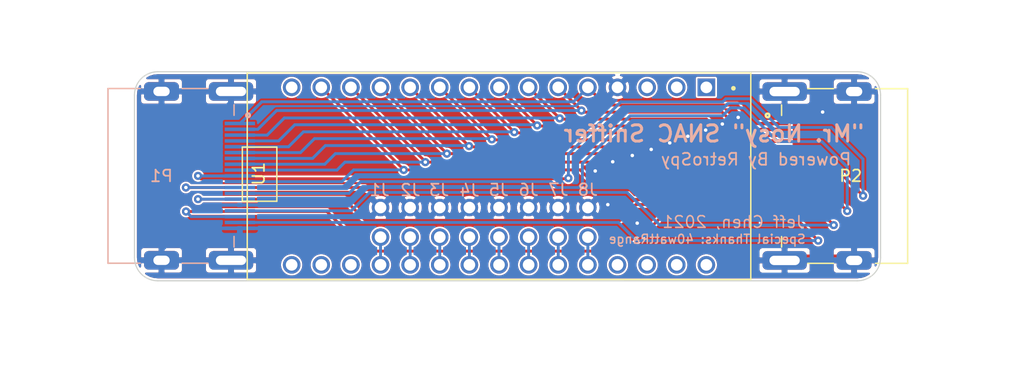
<source format=kicad_pcb>
(kicad_pcb (version 20171130) (host pcbnew "(5.1.10-1-10_14)")
  (title_block (rev 1))
  (layers (0 Front signal) (31 Back signal) (34 B.Paste user) (35 F.Paste user) (36 B.SilkS user) (37 F.SilkS user) (38 B.Mask user) (39 F.Mask user) (44 Edge.Cuts user))
  (net 0 "")
  (net 1 "Net-(J1-Pad1)")
  (net 2 GND)
  (net 3 "Net-(J2-Pad1)")
  (net 4 "Net-(J3-Pad1)")
  (net 5 "Net-(J4-Pad1)")
  (net 6 "Net-(J5-Pad1)")
  (net 7 "Net-(P1-Pad1)")
  (net 8 "Net-(P1-Pad2)")
  (net 9 "Net-(P1-Pad3)")
  (net 10 "Net-(P1-Pad4)")
  (net 11 "Net-(P1-Pad5)")
  (net 12 "Net-(P1-Pad6)")
  (net 13 "Net-(P1-Pad7)")
  (net 14 "Net-(P1-Pad8)")
  (net 15 "Net-(P1-Pad9)")
  (net 16 "Net-(P1-Pad10)")
  (net 17 "Net-(P1-Pad11)")
  (net 18 "Net-(P1-Pad12)")
  (net 19 "Net-(P1-Pad13)")
  (net 20 "Net-(P1-Pad14)")
  (net 21 "Net-(P1-Pad16)")
  (net 22 "Net-(P1-Pad17)")
  (net 23 "Net-(P1-Pad18)")
  (net 24 "Net-(J6-Pad1)")
  (net 25 "Net-(J7-Pad1)")
  (net 26 "Net-(J8-Pad1)")
  (module "SNAC Sniffer:PCB_Outline" (layer Front) (at 133.7 109.33)
    (fp_text reference G*** hide)
    (fp_text value LOGO hide)
  )
  (module "SNAC Sniffer:Pin_Header_2.54" (layer Back) (at 122.8 114.55 90)
    (fp_text reference J1 (at 4.04 -0.08 180) (layer B.SilkS) (effects (justify mirror)))
    (fp_text value PinHeader)
    (pad 2 thru_hole circle (at 2.54 0 90) (size 1.5 1.5) (drill 1) (layers *.Cu *.Mask) (net 2 GND))
    (pad 1 thru_hole circle (at 0 0 90) (size 1.5 1.5) (drill 1) (layers *.Cu *.Mask) (net 1 "Net-(J1-Pad1)"))
  )
  (module "SNAC Sniffer:Pin_Header_2.54" (layer Back) (at 125.34 114.55 90)
    (fp_text reference J2 (at 4.04 0.02 180) (layer B.SilkS) (effects (justify mirror)))
    (fp_text value PinHeader)
    (pad 2 thru_hole circle (at 2.54 0 90) (size 1.5 1.5) (drill 1) (layers *.Cu *.Mask) (net 2 GND))
    (pad 1 thru_hole circle (at 0 0 90) (size 1.5 1.5) (drill 1) (layers *.Cu *.Mask) (net 3 "Net-(J2-Pad1)"))
  )
  (module "SNAC Sniffer:Pin_Header_2.54" (layer Back) (at 127.88 114.55 90)
    (fp_text reference J3 (at 4.04 -0.06 -180) (layer B.SilkS) (effects (justify mirror)))
    (fp_text value PinHeader)
    (pad 2 thru_hole circle (at 2.54 0 90) (size 1.5 1.5) (drill 1) (layers *.Cu *.Mask) (net 2 GND))
    (pad 1 thru_hole circle (at 0 0 90) (size 1.5 1.5) (drill 1) (layers *.Cu *.Mask) (net 4 "Net-(J3-Pad1)"))
  )
  (module "SNAC Sniffer:Pin_Header_2.54" (layer Back) (at 130.42 114.55 90)
    (fp_text reference J4 (at 4.01 0.01 180) (layer B.SilkS) (effects (justify mirror)))
    (fp_text value PinHeader)
    (pad 2 thru_hole circle (at 2.54 0 90) (size 1.5 1.5) (drill 1) (layers *.Cu *.Mask) (net 2 GND))
    (pad 1 thru_hole circle (at 0 0 90) (size 1.5 1.5) (drill 1) (layers *.Cu *.Mask) (net 5 "Net-(J4-Pad1)"))
  )
  (module "SNAC Sniffer:Pin_Header_2.54" (layer Back) (at 132.96 114.55 90)
    (fp_text reference J5 (at 4.05 -0.02 180) (layer B.SilkS) (effects (justify mirror)))
    (fp_text value PinHeader)
    (pad 2 thru_hole circle (at 2.54 0 90) (size 1.5 1.5) (drill 1) (layers *.Cu *.Mask) (net 2 GND))
    (pad 1 thru_hole circle (at 0 0 90) (size 1.5 1.5) (drill 1) (layers *.Cu *.Mask) (net 6 "Net-(J5-Pad1)"))
  )
  (module "SNAC Sniffer:HDMI_Female" (layer Back) (at 105.74 109.29 90)
    (fp_text reference P1 (at -0.01 -1.73) (layer B.SilkS) (effects (font (size 1.000205 1.000205)) (justify mirror)))
    (fp_text value HDMI_Female)
    (fp_circle (center 5.2 5.7) (end 5.358112 5.7) (layer B.SilkS) (width 0.2))
    (fp_line (start 5.2 4.5) (end 6.1 4.5) (layer B.SilkS) (width 0.127))
    (fp_line (start -6.1 4.5) (end -5.2 4.5) (layer B.SilkS) (width 0.127))
    (fp_line (start 7.5 0.05) (end 7.5 2.25) (layer B.SilkS) (width 0.127))
    (fp_line (start -7.5 2.25) (end -7.5 0.05) (layer B.SilkS) (width 0.127))
    (fp_line (start -7.5 -6.31) (end -7.5 -3.55) (layer B.SilkS) (width 0.127))
    (fp_line (start 7.5 -6.31) (end 7.5 -3.55) (layer B.SilkS) (width 0.127))
    (fp_line (start -7.5 -6.31) (end 7.5 -6.31) (layer B.SilkS) (width 0.127))
    (pad S4 thru_hole roundrect (at 7.25 -1.72 90) (size 1.6 3) (drill oval 0.8 1.4) (layers *.Cu *.Mask) (net 2 GND))
    (pad S3 thru_hole roundrect (at -7.25 -1.72 90) (size 1.6 3) (drill oval 0.8 1.4) (layers *.Cu *.Mask) (net 2 GND))
    (pad S2 thru_hole roundrect (at -7.25 4.24 90) (size 1.6 3.8) (drill oval 0.8 2.6) (layers *.Cu *.Mask) (net 2 GND))
    (pad S1 thru_hole roundrect (at 7.25 4.24 90) (size 1.6 3.8) (drill oval 0.8 2.6) (layers *.Cu *.Mask) (net 2 GND))
    (pad 19 smd rect (at -4.5 5 90) (size 0.3 2.6) (layers Back B.Paste B.Mask) (net 2 GND))
    (pad 18 smd rect (at -4 5 90) (size 0.3 2.6) (layers Back B.Paste B.Mask) (net 23 "Net-(P1-Pad18)"))
    (pad 17 smd rect (at -3.5 5 90) (size 0.3 2.6) (layers Back B.Paste B.Mask) (net 22 "Net-(P1-Pad17)"))
    (pad 16 smd rect (at -3 5 90) (size 0.3 2.6) (layers Back B.Paste B.Mask) (net 21 "Net-(P1-Pad16)"))
    (pad 15 smd rect (at -2.5 5 90) (size 0.3 2.6) (layers Back B.Paste B.Mask) (net 2 GND))
    (pad 14 smd rect (at -2 5 90) (size 0.3 2.6) (layers Back B.Paste B.Mask) (net 20 "Net-(P1-Pad14)"))
    (pad 13 smd rect (at -1.5 5 90) (size 0.3 2.6) (layers Back B.Paste B.Mask) (net 19 "Net-(P1-Pad13)"))
    (pad 12 smd rect (at -1 5 90) (size 0.3 2.6) (layers Back B.Paste B.Mask) (net 18 "Net-(P1-Pad12)"))
    (pad 11 smd rect (at -0.5 5 90) (size 0.3 2.6) (layers Back B.Paste B.Mask) (net 17 "Net-(P1-Pad11)"))
    (pad 10 smd rect (at 0 5 90) (size 0.3 2.6) (layers Back B.Paste B.Mask) (net 16 "Net-(P1-Pad10)"))
    (pad 9 smd rect (at 0.5 5 90) (size 0.3 2.6) (layers Back B.Paste B.Mask) (net 15 "Net-(P1-Pad9)"))
    (pad 8 smd rect (at 1 5 90) (size 0.3 2.6) (layers Back B.Paste B.Mask) (net 14 "Net-(P1-Pad8)"))
    (pad 7 smd rect (at 1.5 5 90) (size 0.3 2.6) (layers Back B.Paste B.Mask) (net 13 "Net-(P1-Pad7)"))
    (pad 6 smd rect (at 2 5 90) (size 0.3 2.6) (layers Back B.Paste B.Mask) (net 12 "Net-(P1-Pad6)"))
    (pad 5 smd rect (at 2.5 5 90) (size 0.3 2.6) (layers Back B.Paste B.Mask) (net 11 "Net-(P1-Pad5)"))
    (pad 4 smd rect (at 3 5 90) (size 0.3 2.6) (layers Back B.Paste B.Mask) (net 10 "Net-(P1-Pad4)"))
    (pad 3 smd rect (at 3.5 5 90) (size 0.3 2.6) (layers Back B.Paste B.Mask) (net 9 "Net-(P1-Pad3)"))
    (pad 2 smd rect (at 4 5 90) (size 0.3 2.6) (layers Back B.Paste B.Mask) (net 8 "Net-(P1-Pad2)"))
    (pad 1 smd rect (at 4.5 5 90) (size 0.3 2.6) (layers Back B.Paste B.Mask) (net 7 "Net-(P1-Pad1)"))
  )
  (module "SNAC Sniffer:HDMI_Female" (layer Front) (at 161.69 109.3 90)
    (fp_text reference P2 (at 0.01 1.43) (layer F.SilkS) (effects (font (size 1.000205 1.000205))))
    (fp_text value HDMI_Female)
    (fp_circle (center 5.2 -5.7) (end 5.358112 -5.7) (layer F.SilkS) (width 0.2))
    (fp_line (start 5.2 -4.5) (end 6.1 -4.5) (layer F.SilkS) (width 0.127))
    (fp_line (start -6.1 -4.5) (end -5.2 -4.5) (layer F.SilkS) (width 0.127))
    (fp_line (start 7.5 -0.05) (end 7.5 -2.25) (layer F.SilkS) (width 0.127))
    (fp_line (start -7.5 -2.25) (end -7.5 -0.05) (layer F.SilkS) (width 0.127))
    (fp_line (start -7.5 6.31) (end -7.5 3.55) (layer F.SilkS) (width 0.127))
    (fp_line (start 7.5 6.31) (end 7.5 3.55) (layer F.SilkS) (width 0.127))
    (fp_line (start -7.5 6.31) (end 7.5 6.31) (layer F.SilkS) (width 0.127))
    (pad S4 thru_hole roundrect (at 7.25 1.72 90) (size 1.6 3) (drill oval 0.8 1.4) (layers *.Cu *.Mask) (net 2 GND))
    (pad S3 thru_hole roundrect (at -7.25 1.72 90) (size 1.6 3) (drill oval 0.8 1.4) (layers *.Cu *.Mask) (net 2 GND))
    (pad S2 thru_hole roundrect (at -7.25 -4.24 90) (size 1.6 3.8) (drill oval 0.8 2.6) (layers *.Cu *.Mask) (net 2 GND))
    (pad S1 thru_hole roundrect (at 7.25 -4.24 90) (size 1.6 3.8) (drill oval 0.8 2.6) (layers *.Cu *.Mask) (net 2 GND))
    (pad 19 smd rect (at -4.5 -5 90) (size 0.3 2.6) (layers Front F.Paste F.Mask) (net 2 GND))
    (pad 18 smd rect (at -4 -5 90) (size 0.3 2.6) (layers Front F.Paste F.Mask) (net 23 "Net-(P1-Pad18)"))
    (pad 17 smd rect (at -3.5 -5 90) (size 0.3 2.6) (layers Front F.Paste F.Mask) (net 22 "Net-(P1-Pad17)"))
    (pad 16 smd rect (at -3 -5 90) (size 0.3 2.6) (layers Front F.Paste F.Mask) (net 21 "Net-(P1-Pad16)"))
    (pad 15 smd rect (at -2.5 -5 90) (size 0.3 2.6) (layers Front F.Paste F.Mask) (net 2 GND))
    (pad 14 smd rect (at -2 -5 90) (size 0.3 2.6) (layers Front F.Paste F.Mask) (net 20 "Net-(P1-Pad14)"))
    (pad 13 smd rect (at -1.5 -5 90) (size 0.3 2.6) (layers Front F.Paste F.Mask) (net 19 "Net-(P1-Pad13)"))
    (pad 12 smd rect (at -1 -5 90) (size 0.3 2.6) (layers Front F.Paste F.Mask) (net 18 "Net-(P1-Pad12)"))
    (pad 11 smd rect (at -0.5 -5 90) (size 0.3 2.6) (layers Front F.Paste F.Mask) (net 17 "Net-(P1-Pad11)"))
    (pad 10 smd rect (at 0 -5 90) (size 0.3 2.6) (layers Front F.Paste F.Mask) (net 16 "Net-(P1-Pad10)"))
    (pad 9 smd rect (at 0.5 -5 90) (size 0.3 2.6) (layers Front F.Paste F.Mask) (net 15 "Net-(P1-Pad9)"))
    (pad 8 smd rect (at 1 -5 90) (size 0.3 2.6) (layers Front F.Paste F.Mask) (net 14 "Net-(P1-Pad8)"))
    (pad 7 smd rect (at 1.5 -5 90) (size 0.3 2.6) (layers Front F.Paste F.Mask) (net 13 "Net-(P1-Pad7)"))
    (pad 6 smd rect (at 2 -5 90) (size 0.3 2.6) (layers Front F.Paste F.Mask) (net 12 "Net-(P1-Pad6)"))
    (pad 5 smd rect (at 2.5 -5 90) (size 0.3 2.6) (layers Front F.Paste F.Mask) (net 11 "Net-(P1-Pad5)"))
    (pad 4 smd rect (at 3 -5 90) (size 0.3 2.6) (layers Front F.Paste F.Mask) (net 10 "Net-(P1-Pad4)"))
    (pad 3 smd rect (at 3.5 -5 90) (size 0.3 2.6) (layers Front F.Paste F.Mask) (net 9 "Net-(P1-Pad3)"))
    (pad 2 smd rect (at 4 -5 90) (size 0.3 2.6) (layers Front F.Paste F.Mask) (net 8 "Net-(P1-Pad2)"))
    (pad 1 smd rect (at 4.5 -5 90) (size 0.3 2.6) (layers Front F.Paste F.Mask) (net 7 "Net-(P1-Pad1)"))
  )
  (module "SNAC Sniffer:Arduino_Nano" (layer Front) (at 132.96 109.31 270)
    (fp_text reference U1 (at -0.2 20.61 90) (layer F.SilkS))
    (fp_text value Arduino_Nano)
    (fp_line (start -8.89 -21.59) (end 8.89 -21.59) (layer F.SilkS) (width 0.127))
    (fp_line (start 8.89 -21.59) (end 8.89 21.59) (layer F.SilkS) (width 0.127))
    (fp_line (start 8.89 21.59) (end -8.89 21.59) (layer F.SilkS) (width 0.127))
    (fp_line (start -8.89 21.59) (end -8.89 -21.59) (layer F.SilkS) (width 0.127))
    (fp_circle (center -7.54 -20.1) (end -7.44 -20.1) (layer F.SilkS) (width 0.2))
    (pad 1 thru_hole rect (at -7.62 -17.78 270) (size 1.508 1.508) (drill 1) (layers *.Cu *.Mask))
    (pad 2 thru_hole circle (at -7.62 -15.24 270) (size 1.508 1.508) (drill 1) (layers *.Cu *.Mask))
    (pad 3 thru_hole circle (at -7.62 -12.7 270) (size 1.508 1.508) (drill 1) (layers *.Cu *.Mask))
    (pad 4 thru_hole circle (at -7.62 -10.16 270) (size 1.508 1.508) (drill 1) (layers *.Cu *.Mask) (net 2 GND))
    (pad 5 thru_hole circle (at -7.62 -7.62 270) (size 1.508 1.508) (drill 1) (layers *.Cu *.Mask) (net 7 "Net-(P1-Pad1)"))
    (pad 6 thru_hole circle (at -7.62 -5.08 270) (size 1.508 1.508) (drill 1) (layers *.Cu *.Mask) (net 8 "Net-(P1-Pad2)"))
    (pad 7 thru_hole circle (at -7.62 -2.54 270) (size 1.508 1.508) (drill 1) (layers *.Cu *.Mask) (net 9 "Net-(P1-Pad3)"))
    (pad 8 thru_hole circle (at -7.62 0 270) (size 1.508 1.508) (drill 1) (layers *.Cu *.Mask) (net 10 "Net-(P1-Pad4)"))
    (pad 9 thru_hole circle (at -7.62 2.54 270) (size 1.508 1.508) (drill 1) (layers *.Cu *.Mask) (net 11 "Net-(P1-Pad5)"))
    (pad 10 thru_hole circle (at -7.62 5.08 270) (size 1.508 1.508) (drill 1) (layers *.Cu *.Mask) (net 12 "Net-(P1-Pad6)"))
    (pad 11 thru_hole circle (at -7.62 7.62 270) (size 1.508 1.508) (drill 1) (layers *.Cu *.Mask) (net 13 "Net-(P1-Pad7)"))
    (pad 12 thru_hole circle (at -7.62 10.16 270) (size 1.508 1.508) (drill 1) (layers *.Cu *.Mask) (net 14 "Net-(P1-Pad8)"))
    (pad 13 thru_hole circle (at -7.62 12.7 270) (size 1.508 1.508) (drill 1) (layers *.Cu *.Mask) (net 15 "Net-(P1-Pad9)"))
    (pad 14 thru_hole circle (at -7.62 15.24 270) (size 1.508 1.508) (drill 1) (layers *.Cu *.Mask) (net 17 "Net-(P1-Pad11)"))
    (pad 15 thru_hole circle (at -7.62 17.78 270) (size 1.508 1.508) (drill 1) (layers *.Cu *.Mask))
    (pad 16 thru_hole circle (at 7.62 17.78 270) (size 1.508 1.508) (drill 1) (layers *.Cu *.Mask))
    (pad 17 thru_hole circle (at 7.62 15.24 270) (size 1.508 1.508) (drill 1) (layers *.Cu *.Mask))
    (pad 18 thru_hole circle (at 7.62 12.7 270) (size 1.508 1.508) (drill 1) (layers *.Cu *.Mask))
    (pad 19 thru_hole circle (at 7.62 10.16 270) (size 1.508 1.508) (drill 1) (layers *.Cu *.Mask) (net 1 "Net-(J1-Pad1)"))
    (pad 20 thru_hole circle (at 7.62 7.62 270) (size 1.508 1.508) (drill 1) (layers *.Cu *.Mask) (net 3 "Net-(J2-Pad1)"))
    (pad 21 thru_hole circle (at 7.62 5.08 270) (size 1.508 1.508) (drill 1) (layers *.Cu *.Mask) (net 4 "Net-(J3-Pad1)"))
    (pad 22 thru_hole circle (at 7.62 2.54 270) (size 1.508 1.508) (drill 1) (layers *.Cu *.Mask) (net 5 "Net-(J4-Pad1)"))
    (pad 23 thru_hole circle (at 7.62 0 270) (size 1.508 1.508) (drill 1) (layers *.Cu *.Mask) (net 6 "Net-(J5-Pad1)"))
    (pad 24 thru_hole circle (at 7.62 -2.54 270) (size 1.508 1.508) (drill 1) (layers *.Cu *.Mask) (net 24 "Net-(J6-Pad1)"))
    (pad 25 thru_hole circle (at 7.62 -5.08 270) (size 1.508 1.508) (drill 1) (layers *.Cu *.Mask) (net 25 "Net-(J7-Pad1)"))
    (pad 26 thru_hole circle (at 7.62 -7.62 270) (size 1.508 1.508) (drill 1) (layers *.Cu *.Mask) (net 26 "Net-(J8-Pad1)"))
    (pad 27 thru_hole circle (at 7.62 -10.16 270) (size 1.508 1.508) (drill 1) (layers *.Cu *.Mask))
    (pad 28 thru_hole circle (at 7.62 -12.7 270) (size 1.508 1.508) (drill 1) (layers *.Cu *.Mask))
    (pad 29 thru_hole circle (at 7.62 -15.24 270) (size 1.508 1.508) (drill 1) (layers *.Cu *.Mask))
    (pad 30 thru_hole circle (at 7.62 -17.78 270) (size 1.508 1.508) (drill 1) (layers *.Cu *.Mask))
  )
  (module "SNAC Sniffer:Pin_Header_2.54" (layer Front) (at 135.5 114.55 90)
    (fp_text reference J6 (at 4.06 0 180) (layer B.SilkS) (effects (justify mirror)))
    (fp_text value PinHeader)
    (pad 2 thru_hole circle (at 2.54 0 90) (size 1.5 1.5) (drill 1) (layers *.Cu *.Mask) (net 2 GND))
    (pad 1 thru_hole circle (at 0 0 90) (size 1.5 1.5) (drill 1) (layers *.Cu *.Mask) (net 24 "Net-(J6-Pad1)"))
  )
  (module "SNAC Sniffer:Pin_Header_2.54" (layer Front) (at 138.03 114.55 90)
    (fp_text reference J7 (at 4.07 0.03 180) (layer B.SilkS) (effects (justify mirror)))
    (fp_text value PinHeader)
    (pad 2 thru_hole circle (at 2.54 0 90) (size 1.5 1.5) (drill 1) (layers *.Cu *.Mask) (net 2 GND))
    (pad 1 thru_hole circle (at 0 0 90) (size 1.5 1.5) (drill 1) (layers *.Cu *.Mask) (net 25 "Net-(J7-Pad1)"))
  )
  (module "SNAC Sniffer:Pin_Header_2.54" (layer Front) (at 140.58 114.55 90)
    (fp_text reference J8 (at 4.07 0 180) (layer B.SilkS) (effects (justify mirror)))
    (fp_text value PinHeader)
    (pad 2 thru_hole circle (at 2.54 0 90) (size 1.5 1.5) (drill 1) (layers *.Cu *.Mask) (net 2 GND))
    (pad 1 thru_hole circle (at 0 0 90) (size 1.5 1.5) (drill 1) (layers *.Cu *.Mask) (net 26 "Net-(J8-Pad1)"))
  )
  (gr_text "Powered By RetroSpy" (at 155 107.87) (layer B.SilkS) (effects (font (size 1.016 1.016) (thickness 0.1524)) (justify mirror)))
  (gr_text "Special Thanks: 40wattRange" (at 150.81 114.72) (layer B.SilkS) (effects (font (size 0.762 0.762) (thickness 0.127)) (justify mirror)))
  (gr_text "Jeff Chen, 2021" (at 153.08 113.25) (layer B.SilkS) (effects (font (size 1 1) (thickness 0.127)) (justify mirror)))
  (gr_text "\"Mr. Nosy\" SNAC Sniffer" (at 151.39 105.67) (layer B.SilkS) (effects (font (size 1.4 1.4) (thickness 0.25)) (justify mirror)))
  (gr_arc (start 103.700099 102.35) (end 103.700099 100.349901) (angle -90) (layer Edge.Cuts) (width 0.1))
  (gr_arc (start 103.7 116.299901) (end 101.699901 116.299901) (angle -90) (layer Edge.Cuts) (width 0.1))
  (gr_arc (start 163.679901 116.3) (end 163.679901 118.300099) (angle -90) (layer Edge.Cuts) (width 0.1))
  (gr_arc (start 163.679901 102.35) (end 165.68 102.35) (angle -90) (layer Edge.Cuts) (width 0.1))
  (gr_line (start 110.95 111.47) (end 110.95 106.82) (layer F.SilkS) (width 0.127))
  (gr_line (start 113.91 111.47) (end 110.95 111.47) (layer F.SilkS) (width 0.127))
  (gr_line (start 113.91 106.82) (end 113.91 111.47) (layer F.SilkS) (width 0.127))
  (gr_line (start 110.95 106.82) (end 113.91 106.82) (layer F.SilkS) (width 0.127))
  (gr_line (start 101.699901 116.299901) (end 101.7 102.35) (layer Edge.Cuts) (width 0.1))
  (gr_line (start 163.679901 118.300099) (end 103.7 118.3) (layer Edge.Cuts) (width 0.1))
  (gr_line (start 165.68 102.35) (end 165.68 116.3) (layer Edge.Cuts) (width 0.1))
  (gr_line (start 103.700099 100.349901) (end 163.679901 100.349901) (layer Edge.Cuts) (width 0.1))
  (segment (start 122.8 116.93) (end 122.8 114.55) (width 0.25) (layer Back) (net 1))
  (via (at 144.81 113.35) (size 0.7) (drill 0.3) (layers Front Back) (net 2))
  (segment (start 160.87 116.17) (end 162.16 116.17) (width 0.25) (layer Front) (net 2))
  (segment (start 159.07 116.17) (end 159.055065 116.184934) (width 0.25) (layer Front) (net 2))
  (segment (start 160.87 116.17) (end 159.07 116.17) (width 0.25) (layer Front) (net 2))
  (segment (start 159.055065 116.184934) (end 159.060086 116.199916) (width 0.25) (layer Front) (net 2))
  (via (at 144.39 107.54) (size 0.7) (drill 0.3) (layers Front Back) (net 2))
  (via (at 146.01 107.02) (size 0.7) (drill 0.3) (layers Front Back) (net 2))
  (via (at 147.6 106.46) (size 0.7) (drill 0.3) (layers Front Back) (net 2))
  (via (at 149.15 105.89) (size 0.7) (drill 0.3) (layers Front Back) (net 2))
  (via (at 150.68 105.36) (size 0.7) (drill 0.3) (layers Front Back) (net 2))
  (via (at 152.11 104.84) (size 0.7) (drill 0.3) (layers Front Back) (net 2))
  (via (at 153.47 104.27) (size 0.7) (drill 0.3) (layers Front Back) (net 2))
  (via (at 141.21 108.87) (size 0.7) (drill 0.3) (layers Front Back) (net 2))
  (via (at 142.71 108.08) (size 0.7) (drill 0.3) (layers Front Back) (net 2))
  (segment (start 104.03 103) (end 104.03 102.82501) (width 0.25) (layer Back) (net 2))
  (segment (start 106.805199 111.925001) (end 105.474999 110.594801) (width 0.25) (layer Back) (net 2))
  (segment (start 107.454801 111.925001) (end 106.805199 111.925001) (width 0.25) (layer Back) (net 2))
  (segment (start 105.474999 104.444999) (end 104.03 103) (width 0.25) (layer Back) (net 2))
  (segment (start 105.474999 110.594801) (end 105.474999 104.444999) (width 0.25) (layer Back) (net 2))
  (segment (start 107.589802 111.79) (end 107.454801 111.925001) (width 0.25) (layer Back) (net 2))
  (segment (start 110.74 111.79) (end 107.589802 111.79) (width 0.25) (layer Back) (net 2))
  (segment (start 105.474999 104.444999) (end 107.155001 104.444999) (width 0.25) (layer Back) (net 2))
  (segment (start 107.155001 104.444999) (end 107.88 103.72) (width 0.25) (layer Back) (net 2))
  (segment (start 109.13 103.72) (end 109.98 102.87) (width 0.25) (layer Back) (net 2))
  (segment (start 107.88 103.72) (end 109.13 103.72) (width 0.25) (layer Back) (net 2))
  (segment (start 109.98 102.87) (end 109.98 102.82501) (width 0.25) (layer Back) (net 2))
  (segment (start 110.74 113.79) (end 107.68 113.79) (width 0.25) (layer Back) (net 2))
  (segment (start 107.68 113.79) (end 106.46 115.01) (width 0.25) (layer Back) (net 2))
  (segment (start 104.75 115.01) (end 104.02 115.74) (width 0.25) (layer Back) (net 2))
  (segment (start 106.46 115.01) (end 104.75 115.01) (width 0.25) (layer Back) (net 2))
  (segment (start 104.02 115.74) (end 104.02 115.75499) (width 0.25) (layer Back) (net 2))
  (segment (start 106.46 115.01) (end 109.18 115.01) (width 0.25) (layer Back) (net 2))
  (segment (start 109.18 115.01) (end 109.57 115.01) (width 0.25) (layer Back) (net 2))
  (segment (start 109.57 115.01) (end 109.98 115.42) (width 0.25) (layer Back) (net 2))
  (segment (start 109.98 115.42) (end 109.98 115.75499) (width 0.25) (layer Back) (net 2))
  (via (at 160.71 103.81) (size 0.7) (drill 0.3) (layers Front Back) (net 2))
  (segment (start 160.71 103.81) (end 162.94 103.81) (width 0.25) (layer Back) (net 2))
  (segment (start 162.94 103.81) (end 163.41 103.34) (width 0.25) (layer Back) (net 2))
  (segment (start 163.41 103.34) (end 163.41 102.83501) (width 0.25) (layer Back) (net 2))
  (segment (start 160.71 103.81) (end 157.7 103.81) (width 0.25) (layer Back) (net 2))
  (segment (start 157.7 103.81) (end 157.45 103.56) (width 0.25) (layer Back) (net 2))
  (segment (start 157.45 103.56) (end 157.45 102.83501) (width 0.25) (layer Back) (net 2))
  (via (at 142.29 111.76) (size 0.7) (drill 0.3) (layers Front Back) (net 2))
  (segment (start 125.34 116.93) (end 125.34 114.54) (width 0.25) (layer Back) (net 3))
  (segment (start 127.88 116.93) (end 127.88 114.55) (width 0.25) (layer Back) (net 4))
  (segment (start 130.42 116.93) (end 130.42 114.55) (width 0.25) (layer Back) (net 5))
  (segment (start 132.96 116.93) (end 132.96 114.55) (width 0.25) (layer Back) (net 6))
  (segment (start 142.1 103.21) (end 140.58 101.69) (width 0.25) (layer Front) (net 7))
  (segment (start 153.38 103.21) (end 142.1 103.21) (width 0.25) (layer Front) (net 7))
  (segment (start 154.97 104.8) (end 153.38 103.21) (width 0.25) (layer Front) (net 7))
  (segment (start 156.69 104.8) (end 154.97 104.8) (width 0.25) (layer Front) (net 7))
  (segment (start 112.62 102.93) (end 110.75 104.8) (width 0.25) (layer Back) (net 7))
  (segment (start 139.34 102.93) (end 112.62 102.93) (width 0.25) (layer Back) (net 7))
  (segment (start 140.58 101.69) (end 139.34 102.93) (width 0.25) (layer Back) (net 7))
  (segment (start 140.03 103.68) (end 138.04 101.69) (width 0.25) (layer Front) (net 8))
  (via (at 140.03 103.68) (size 0.7) (drill 0.3) (layers Front Back) (net 8))
  (segment (start 152.09 103.82) (end 140.17 103.82) (width 0.25) (layer Front) (net 8))
  (segment (start 140.17 103.82) (end 140.03 103.68) (width 0.25) (layer Front) (net 8))
  (segment (start 153.57 105.3) (end 152.09 103.82) (width 0.25) (layer Front) (net 8))
  (segment (start 156.69 105.3) (end 153.57 105.3) (width 0.25) (layer Front) (net 8))
  (segment (start 112.279 105.29) (end 110.74 105.29) (width 0.25) (layer Back) (net 8))
  (segment (start 113.889 103.68) (end 112.279 105.29) (width 0.25) (layer Back) (net 8))
  (segment (start 140.03 103.68) (end 113.889 103.68) (width 0.25) (layer Back) (net 8))
  (segment (start 138.165 104.355) (end 135.5 101.69) (width 0.25) (layer Front) (net 9))
  (via (at 138.165 104.355) (size 0.7) (drill 0.3) (layers Front Back) (net 9))
  (segment (start 138.23 104.42) (end 138.165 104.355) (width 0.25) (layer Front) (net 9))
  (segment (start 150.75 104.42) (end 138.23 104.42) (width 0.25) (layer Front) (net 9))
  (segment (start 152.13 105.8) (end 150.75 104.42) (width 0.25) (layer Front) (net 9))
  (segment (start 156.69 105.8) (end 152.13 105.8) (width 0.25) (layer Front) (net 9))
  (segment (start 113.08 105.79) (end 110.74 105.79) (width 0.25) (layer Back) (net 9))
  (segment (start 114.55 104.32) (end 113.08 105.79) (width 0.25) (layer Back) (net 9))
  (segment (start 138.13 104.32) (end 114.55 104.32) (width 0.25) (layer Back) (net 9))
  (segment (start 138.165 104.355) (end 138.13 104.32) (width 0.25) (layer Back) (net 9))
  (segment (start 136.23 104.96) (end 132.96 101.69) (width 0.25) (layer Front) (net 10))
  (via (at 136.23 104.96) (size 0.7) (drill 0.3) (layers Front Back) (net 10))
  (segment (start 136.28 105.01) (end 136.23 104.96) (width 0.25) (layer Front) (net 10))
  (segment (start 149.31 105.01) (end 136.28 105.01) (width 0.25) (layer Front) (net 10))
  (segment (start 150.6 106.3) (end 149.31 105.01) (width 0.25) (layer Front) (net 10))
  (segment (start 156.69 106.3) (end 150.6 106.3) (width 0.25) (layer Front) (net 10))
  (segment (start 136.17 104.9) (end 115.45 104.9) (width 0.25) (layer Back) (net 10))
  (segment (start 114.06 106.29) (end 110.74 106.29) (width 0.25) (layer Back) (net 10))
  (segment (start 115.45 104.9) (end 114.06 106.29) (width 0.25) (layer Back) (net 10))
  (segment (start 136.23 104.96) (end 136.17 104.9) (width 0.25) (layer Back) (net 10))
  (segment (start 134.27 105.54) (end 130.42 101.69) (width 0.25) (layer Front) (net 11))
  (via (at 134.27 105.54) (size 0.7) (drill 0.3) (layers Front Back) (net 11))
  (segment (start 147.77 105.6) (end 134.33 105.6) (width 0.25) (layer Front) (net 11))
  (segment (start 148.97 106.8) (end 147.77 105.6) (width 0.25) (layer Front) (net 11))
  (segment (start 134.33 105.6) (end 134.27 105.54) (width 0.25) (layer Front) (net 11))
  (segment (start 156.69 106.8) (end 148.97 106.8) (width 0.25) (layer Front) (net 11))
  (segment (start 114.91 106.79) (end 113.08 106.79) (width 0.25) (layer Back) (net 11))
  (segment (start 116.19 105.51) (end 114.91 106.79) (width 0.25) (layer Back) (net 11))
  (segment (start 113.08 106.79) (end 110.74 106.79) (width 0.25) (layer Back) (net 11))
  (segment (start 134.24 105.51) (end 116.19 105.51) (width 0.25) (layer Back) (net 11))
  (segment (start 134.27 105.54) (end 134.24 105.51) (width 0.25) (layer Back) (net 11))
  (segment (start 132.345 106.155) (end 127.88 101.69) (width 0.25) (layer Front) (net 12))
  (via (at 132.345 106.155) (size 0.7) (drill 0.3) (layers Front Back) (net 12))
  (segment (start 132.39 106.2) (end 132.345 106.155) (width 0.25) (layer Front) (net 12))
  (segment (start 146.31 106.2) (end 132.39 106.2) (width 0.25) (layer Front) (net 12))
  (segment (start 147.41 107.3) (end 146.31 106.2) (width 0.25) (layer Front) (net 12))
  (segment (start 156.69 107.3) (end 147.41 107.3) (width 0.25) (layer Front) (net 12))
  (segment (start 115.94 107.29) (end 110.74 107.29) (width 0.25) (layer Back) (net 12))
  (segment (start 117.14 106.09) (end 115.94 107.29) (width 0.25) (layer Back) (net 12))
  (segment (start 132.28 106.09) (end 117.14 106.09) (width 0.25) (layer Back) (net 12))
  (segment (start 132.345 106.155) (end 132.28 106.09) (width 0.25) (layer Back) (net 12))
  (segment (start 130.385 106.735) (end 125.34 101.69) (width 0.25) (layer Front) (net 13))
  (via (at 130.385 106.735) (size 0.7) (drill 0.3) (layers Front Back) (net 13))
  (segment (start 118.07 106.69) (end 116.97 107.79) (width 0.25) (layer Back) (net 13))
  (segment (start 130.34 106.69) (end 118.07 106.69) (width 0.25) (layer Back) (net 13))
  (segment (start 116.97 107.79) (end 110.74 107.79) (width 0.25) (layer Back) (net 13))
  (segment (start 130.385 106.735) (end 130.34 106.69) (width 0.25) (layer Back) (net 13))
  (segment (start 130.45 106.8) (end 130.385 106.735) (width 0.25) (layer Front) (net 13))
  (segment (start 144.71 106.8) (end 130.45 106.8) (width 0.25) (layer Front) (net 13))
  (segment (start 145.71 107.8) (end 144.71 106.8) (width 0.25) (layer Front) (net 13))
  (segment (start 156.69 107.8) (end 145.71 107.8) (width 0.25) (layer Front) (net 13))
  (via (at 128.489998 107.379998) (size 0.7) (drill 0.3) (layers Front Back) (net 14))
  (segment (start 118.02 108.29) (end 118.930002 107.379998) (width 0.25) (layer Back) (net 14))
  (segment (start 122.8 101.69) (end 128.489998 107.379998) (width 0.25) (layer Front) (net 14))
  (segment (start 143.129998 107.379998) (end 128.489998 107.379998) (width 0.25) (layer Front) (net 14))
  (segment (start 118.930002 107.379998) (end 128.489998 107.379998) (width 0.25) (layer Back) (net 14))
  (segment (start 156.69 108.3) (end 144.05 108.3) (width 0.25) (layer Front) (net 14))
  (segment (start 110.74 108.29) (end 118.02 108.29) (width 0.25) (layer Back) (net 14))
  (segment (start 144.05 108.3) (end 143.129998 107.379998) (width 0.25) (layer Front) (net 14))
  (via (at 126.64 108.11) (size 0.7) (drill 0.3) (layers Front Back) (net 15))
  (segment (start 120.26 101.69) (end 126.64 108.07) (width 0.25) (layer Front) (net 15))
  (segment (start 119.75 108.11) (end 126.64 108.11) (width 0.25) (layer Back) (net 15))
  (segment (start 110.74 108.79) (end 119.07 108.79) (width 0.25) (layer Back) (net 15))
  (segment (start 156.69 108.8) (end 142.27 108.8) (width 0.25) (layer Front) (net 15))
  (segment (start 119.07 108.79) (end 119.75 108.11) (width 0.25) (layer Back) (net 15))
  (segment (start 126.64 108.07) (end 126.64 108.11) (width 0.25) (layer Front) (net 15))
  (segment (start 141.58 108.11) (end 126.64 108.11) (width 0.25) (layer Front) (net 15))
  (segment (start 142.27 108.8) (end 141.58 108.11) (width 0.25) (layer Front) (net 15))
  (via (at 107.15 109.29) (size 0.7) (drill 0.3) (layers Front Back) (net 16))
  (segment (start 107.15 109.29) (end 110.74 109.29) (width 0.25) (layer Back) (net 16))
  (via (at 164.18 111) (size 0.7) (drill 0.3) (layers Front Back) (net 16))
  (segment (start 156.69 109.3) (end 162.48 109.3) (width 0.25) (layer Front) (net 16))
  (segment (start 162.48 109.3) (end 164.18 111) (width 0.25) (layer Front) (net 16))
  (via (at 138.91 109.49) (size 0.7) (drill 0.3) (layers Front Back) (net 16))
  (segment (start 138.93 109.51) (end 138.91 109.49) (width 0.25) (layer Back) (net 16))
  (segment (start 138.86 109.54) (end 138.91 109.49) (width 0.25) (layer Front) (net 16))
  (segment (start 107.4 109.54) (end 138.86 109.54) (width 0.25) (layer Front) (net 16))
  (segment (start 107.15 109.29) (end 107.4 109.54) (width 0.25) (layer Front) (net 16))
  (segment (start 164.18 110.21) (end 164.18 111) (width 0.25) (layer Back) (net 16))
  (segment (start 164.17 110.2) (end 164.18 110.21) (width 0.25) (layer Back) (net 16))
  (segment (start 138.91 107.43) (end 143.4 102.94) (width 0.25) (layer Back) (net 16))
  (segment (start 152.14 102.94) (end 152.41 102.67) (width 0.25) (layer Back) (net 16))
  (segment (start 161.45 105.13) (end 164.17 107.85) (width 0.25) (layer Back) (net 16))
  (segment (start 152.41 102.67) (end 154.5 102.67) (width 0.25) (layer Back) (net 16))
  (segment (start 154.5 102.67) (end 156.96 105.13) (width 0.25) (layer Back) (net 16))
  (segment (start 143.4 102.94) (end 152.14 102.94) (width 0.25) (layer Back) (net 16))
  (segment (start 164.17 107.85) (end 164.17 110.2) (width 0.25) (layer Back) (net 16))
  (segment (start 156.96 105.13) (end 161.45 105.13) (width 0.25) (layer Back) (net 16))
  (segment (start 138.91 109.49) (end 138.91 107.43) (width 0.25) (layer Back) (net 16))
  (via (at 124.79 108.78) (size 0.7) (drill 0.3) (layers Front Back) (net 17))
  (segment (start 120.49 108.78) (end 124.79 108.78) (width 0.25) (layer Back) (net 17))
  (segment (start 110.74 109.79) (end 119.48 109.79) (width 0.25) (layer Back) (net 17))
  (segment (start 117.72 101.69) (end 124.79 108.76) (width 0.25) (layer Front) (net 17))
  (segment (start 124.79 108.76) (end 124.79 108.78) (width 0.25) (layer Front) (net 17))
  (segment (start 119.48 109.79) (end 120.49 108.78) (width 0.25) (layer Back) (net 17))
  (segment (start 140.75 109.61) (end 139.92 108.78) (width 0.25) (layer Front) (net 17))
  (segment (start 139.92 108.78) (end 124.79 108.78) (width 0.25) (layer Front) (net 17))
  (segment (start 154.88 109.61) (end 140.75 109.61) (width 0.25) (layer Front) (net 17))
  (segment (start 155.07 109.8) (end 154.88 109.61) (width 0.25) (layer Front) (net 17))
  (segment (start 156.69 109.8) (end 155.07 109.8) (width 0.25) (layer Front) (net 17))
  (segment (start 110.74 110.29) (end 106.11 110.29) (width 0.25) (layer Back) (net 18))
  (via (at 106.11 110.29) (size 0.7) (drill 0.3) (layers Front Back) (net 18))
  (segment (start 155.03 110.3) (end 156.69 110.3) (width 0.25) (layer Front) (net 18))
  (segment (start 154.43 110.9) (end 155.03 110.3) (width 0.25) (layer Front) (net 18))
  (segment (start 144.59 110.9) (end 154.43 110.9) (width 0.25) (layer Front) (net 18))
  (segment (start 144.18 110.49) (end 144.59 110.9) (width 0.25) (layer Front) (net 18))
  (segment (start 121.65 110.49) (end 144.18 110.49) (width 0.25) (layer Front) (net 18))
  (segment (start 121.45 110.29) (end 121.65 110.49) (width 0.25) (layer Front) (net 18))
  (segment (start 106.11 110.29) (end 121.45 110.29) (width 0.25) (layer Front) (net 18))
  (via (at 162.820007 112.310007) (size 0.7) (drill 0.3) (layers Front Back) (net 19))
  (segment (start 161.3 110.79) (end 162.820007 112.310007) (width 0.25) (layer Front) (net 19))
  (segment (start 156.7 110.79) (end 161.3 110.79) (width 0.25) (layer Front) (net 19))
  (segment (start 162.82 112.31) (end 162.820007 112.310007) (width 0.25) (layer Back) (net 19))
  (segment (start 156.86 106.35) (end 160.65 106.35) (width 0.25) (layer Back) (net 19))
  (segment (start 153.97 103.46) (end 156.86 106.35) (width 0.25) (layer Back) (net 19))
  (segment (start 144.2 104.13) (end 152.13 104.13) (width 0.25) (layer Back) (net 19))
  (segment (start 140.11 108.22) (end 144.2 104.13) (width 0.25) (layer Back) (net 19))
  (segment (start 152.8 103.46) (end 153.97 103.46) (width 0.25) (layer Back) (net 19))
  (segment (start 152.13 104.13) (end 152.8 103.46) (width 0.25) (layer Back) (net 19))
  (segment (start 140.11 109.97) (end 140.11 108.22) (width 0.25) (layer Back) (net 19))
  (segment (start 139.79 110.29) (end 140.11 109.97) (width 0.25) (layer Back) (net 19))
  (segment (start 160.65 106.35) (end 162.82 108.52) (width 0.25) (layer Back) (net 19))
  (segment (start 137.92 110.29) (end 139.79 110.29) (width 0.25) (layer Back) (net 19))
  (segment (start 120.1 110.79) (end 121.1 109.79) (width 0.25) (layer Back) (net 19))
  (segment (start 121.1 109.79) (end 137.42 109.79) (width 0.25) (layer Back) (net 19))
  (segment (start 137.42 109.79) (end 137.92 110.29) (width 0.25) (layer Back) (net 19))
  (segment (start 162.82 108.52) (end 162.82 112.31) (width 0.25) (layer Back) (net 19))
  (segment (start 110.74 110.79) (end 120.1 110.79) (width 0.25) (layer Back) (net 19))
  (segment (start 110.74 111.29) (end 107.15 111.29) (width 0.25) (layer Back) (net 20))
  (via (at 107.15 111.29) (size 0.7) (drill 0.3) (layers Front Back) (net 20))
  (segment (start 144.7 111.75) (end 154.834842 111.75) (width 0.25) (layer Front) (net 20))
  (segment (start 155.284842 111.3) (end 156.69 111.3) (width 0.25) (layer Front) (net 20))
  (segment (start 107.15 111.29) (end 119.69 111.29) (width 0.25) (layer Front) (net 20))
  (segment (start 119.69 111.29) (end 121.51 113.11) (width 0.25) (layer Front) (net 20))
  (segment (start 154.834842 111.75) (end 155.284842 111.3) (width 0.25) (layer Front) (net 20))
  (segment (start 121.51 113.11) (end 143.34 113.11) (width 0.25) (layer Front) (net 20))
  (segment (start 143.34 113.11) (end 144.7 111.75) (width 0.25) (layer Front) (net 20))
  (via (at 161.660002 113.52) (size 0.7) (drill 0.3) (layers Front Back) (net 21))
  (segment (start 160.440002 112.3) (end 161.660002 113.52) (width 0.25) (layer Front) (net 21))
  (segment (start 156.69 112.3) (end 160.440002 112.3) (width 0.25) (layer Front) (net 21))
  (segment (start 143.94 110.71) (end 146.75 113.52) (width 0.25) (layer Back) (net 21))
  (segment (start 121.87 110.71) (end 143.94 110.71) (width 0.25) (layer Back) (net 21))
  (segment (start 146.75 113.52) (end 161.660002 113.52) (width 0.25) (layer Back) (net 21))
  (segment (start 120.29 112.29) (end 121.87 110.71) (width 0.25) (layer Back) (net 21))
  (segment (start 110.74 112.29) (end 120.29 112.29) (width 0.25) (layer Back) (net 21))
  (segment (start 110.74 112.79) (end 106.56 112.79) (width 0.25) (layer Back) (net 22))
  (segment (start 106.56 112.79) (end 106.12 112.35) (width 0.25) (layer Back) (net 22))
  (via (at 106.12 112.35) (size 0.7) (drill 0.3) (layers Front Back) (net 22))
  (segment (start 121.6 115.75) (end 118.2 112.35) (width 0.25) (layer Front) (net 22))
  (segment (start 143.94 115.75) (end 121.6 115.75) (width 0.25) (layer Front) (net 22))
  (segment (start 118.2 112.35) (end 106.12 112.35) (width 0.25) (layer Front) (net 22))
  (segment (start 146.89 112.8) (end 143.94 115.75) (width 0.25) (layer Front) (net 22))
  (segment (start 156.69 112.8) (end 146.89 112.8) (width 0.25) (layer Front) (net 22))
  (via (at 160.329999 114.850001) (size 0.7) (drill 0.3) (layers Front Back) (net 23))
  (segment (start 158.769998 113.29) (end 160.329999 114.850001) (width 0.25) (layer Front) (net 23))
  (segment (start 156.7 113.29) (end 158.769998 113.29) (width 0.25) (layer Front) (net 23))
  (segment (start 110.74 113.29) (end 143.19 113.29) (width 0.25) (layer Back) (net 23))
  (segment (start 160.329998 114.85) (end 160.329999 114.850001) (width 0.25) (layer Back) (net 23))
  (segment (start 144.75 114.85) (end 160.329998 114.85) (width 0.25) (layer Back) (net 23))
  (segment (start 143.19 113.29) (end 144.75 114.85) (width 0.25) (layer Back) (net 23))
  (segment (start 135.5 116.93) (end 135.5 114.54) (width 0.25) (layer Back) (net 24))
  (segment (start 138.04 116.93) (end 138.04 114.56) (width 0.25) (layer Back) (net 25))
  (segment (start 140.58 116.93) (end 140.58 114.55) (width 0.25) (layer Back) (net 26))
  (zone (net 2) (net_name GND) (layer Front) (connect_pads (clearance 0.16)) (min_thickness 0.16) (fill yes (arc_segments 32) (thermal_gap 0.25) (thermal_bridge_width 0.5))
    (polygon (pts (xy 173.43 123.35) (xy 90.17 123.35) (xy 90.17 94.19) (xy 173.43 94.19)))
  )
  (zone (net 2) (net_name GND) (layer Back) (connect_pads (clearance 0.16)) (min_thickness 0.16) (fill yes (arc_segments 32) (thermal_gap 0.25) (thermal_bridge_width 0.5))
    (polygon (pts (xy 178 127.67) (xy 94.99 127.67) (xy 94.99 98.34) (xy 178 98.34)))
  )
)
</source>
